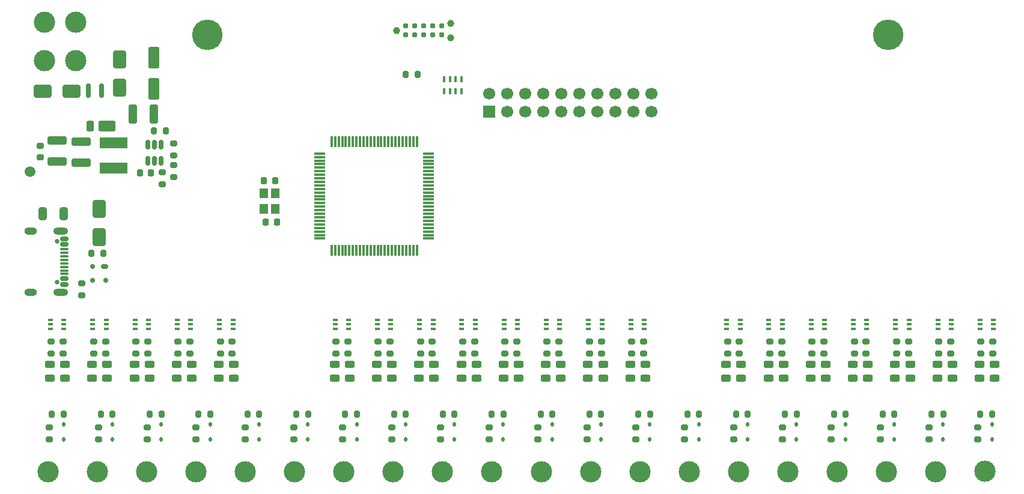
<source format=gbr>
%TF.GenerationSoftware,KiCad,Pcbnew,9.0.2*%
%TF.CreationDate,2025-07-14T16:58:00+03:00*%
%TF.ProjectId,vehicle_io_validator,76656869-636c-4655-9f69-6f5f76616c69,rev?*%
%TF.SameCoordinates,Original*%
%TF.FileFunction,Soldermask,Top*%
%TF.FilePolarity,Negative*%
%FSLAX46Y46*%
G04 Gerber Fmt 4.6, Leading zero omitted, Abs format (unit mm)*
G04 Created by KiCad (PCBNEW 9.0.2) date 2025-07-14 16:58:00*
%MOMM*%
%LPD*%
G01*
G04 APERTURE LIST*
G04 Aperture macros list*
%AMRoundRect*
0 Rectangle with rounded corners*
0 $1 Rounding radius*
0 $2 $3 $4 $5 $6 $7 $8 $9 X,Y pos of 4 corners*
0 Add a 4 corners polygon primitive as box body*
4,1,4,$2,$3,$4,$5,$6,$7,$8,$9,$2,$3,0*
0 Add four circle primitives for the rounded corners*
1,1,$1+$1,$2,$3*
1,1,$1+$1,$4,$5*
1,1,$1+$1,$6,$7*
1,1,$1+$1,$8,$9*
0 Add four rect primitives between the rounded corners*
20,1,$1+$1,$2,$3,$4,$5,0*
20,1,$1+$1,$4,$5,$6,$7,0*
20,1,$1+$1,$6,$7,$8,$9,0*
20,1,$1+$1,$8,$9,$2,$3,0*%
G04 Aperture macros list end*
%ADD10RoundRect,0.200000X0.275000X-0.200000X0.275000X0.200000X-0.275000X0.200000X-0.275000X-0.200000X0*%
%ADD11RoundRect,0.112500X-0.112500X0.187500X-0.112500X-0.187500X0.112500X-0.187500X0.112500X0.187500X0*%
%ADD12RoundRect,0.243750X-0.456250X0.243750X-0.456250X-0.243750X0.456250X-0.243750X0.456250X0.243750X0*%
%ADD13RoundRect,0.250000X0.550000X-1.250000X0.550000X1.250000X-0.550000X1.250000X-0.550000X-1.250000X0*%
%ADD14RoundRect,0.200000X-0.275000X0.200000X-0.275000X-0.200000X0.275000X-0.200000X0.275000X0.200000X0*%
%ADD15RoundRect,0.100000X-0.225000X-0.100000X0.225000X-0.100000X0.225000X0.100000X-0.225000X0.100000X0*%
%ADD16RoundRect,0.200000X-0.200000X-0.275000X0.200000X-0.275000X0.200000X0.275000X-0.200000X0.275000X0*%
%ADD17C,3.000000*%
%ADD18RoundRect,0.075000X-0.725000X-0.075000X0.725000X-0.075000X0.725000X0.075000X-0.725000X0.075000X0*%
%ADD19RoundRect,0.075000X-0.075000X-0.725000X0.075000X-0.725000X0.075000X0.725000X-0.075000X0.725000X0*%
%ADD20C,1.500000*%
%ADD21RoundRect,0.250000X1.000000X0.650000X-1.000000X0.650000X-1.000000X-0.650000X1.000000X-0.650000X0*%
%ADD22RoundRect,0.225000X0.250000X-0.225000X0.250000X0.225000X-0.250000X0.225000X-0.250000X-0.225000X0*%
%ADD23R,4.000000X1.500000*%
%ADD24RoundRect,0.250000X1.100000X-0.325000X1.100000X0.325000X-1.100000X0.325000X-1.100000X-0.325000X0*%
%ADD25RoundRect,0.250000X0.650000X-1.000000X0.650000X1.000000X-0.650000X1.000000X-0.650000X-1.000000X0*%
%ADD26RoundRect,0.250000X-0.650000X1.000000X-0.650000X-1.000000X0.650000X-1.000000X0.650000X1.000000X0*%
%ADD27R,0.400000X0.900000*%
%ADD28C,4.300000*%
%ADD29R,1.200000X1.400000*%
%ADD30C,0.650000*%
%ADD31RoundRect,0.150000X-0.425000X0.150000X-0.425000X-0.150000X0.425000X-0.150000X0.425000X0.150000X0*%
%ADD32RoundRect,0.075000X-0.500000X0.075000X-0.500000X-0.075000X0.500000X-0.075000X0.500000X0.075000X0*%
%ADD33O,2.100000X1.000000*%
%ADD34O,1.800000X1.000000*%
%ADD35RoundRect,0.225000X0.225000X0.250000X-0.225000X0.250000X-0.225000X-0.250000X0.225000X-0.250000X0*%
%ADD36RoundRect,0.150000X0.150000X-0.512500X0.150000X0.512500X-0.150000X0.512500X-0.150000X-0.512500X0*%
%ADD37R,1.700000X1.700000*%
%ADD38C,1.700000*%
%ADD39RoundRect,0.150000X0.150000X-0.850000X0.150000X0.850000X-0.150000X0.850000X-0.150000X-0.850000X0*%
%ADD40C,0.990600*%
%ADD41C,0.787400*%
%ADD42RoundRect,0.250000X-0.325000X-0.650000X0.325000X-0.650000X0.325000X0.650000X-0.325000X0.650000X0*%
%ADD43RoundRect,0.250000X0.325000X1.100000X-0.325000X1.100000X-0.325000X-1.100000X0.325000X-1.100000X0*%
%ADD44RoundRect,0.200000X0.200000X0.275000X-0.200000X0.275000X-0.200000X-0.275000X0.200000X-0.275000X0*%
%ADD45RoundRect,0.175000X-0.325000X0.175000X-0.325000X-0.175000X0.325000X-0.175000X0.325000X0.175000X0*%
%ADD46RoundRect,0.150000X-0.150000X0.200000X-0.150000X-0.200000X0.150000X-0.200000X0.150000X0.200000X0*%
%ADD47RoundRect,0.250000X-0.950000X-0.500000X0.950000X-0.500000X0.950000X0.500000X-0.950000X0.500000X0*%
%ADD48RoundRect,0.250000X-0.275000X-0.500000X0.275000X-0.500000X0.275000X0.500000X-0.275000X0.500000X0*%
G04 APERTURE END LIST*
D10*
%TO.C,R83*%
X195000001Y-92355000D03*
X195000001Y-90705000D03*
%TD*%
%TO.C,R77*%
X177145264Y-92355000D03*
X177145264Y-90705000D03*
%TD*%
D11*
%TO.C,D2*%
X64057381Y-102410000D03*
X64057381Y-104510000D03*
%TD*%
D12*
%TO.C,D36*%
X114147106Y-93942500D03*
X114147106Y-95817500D03*
%TD*%
D13*
%TO.C,C17*%
X76807500Y-55060000D03*
X76807500Y-50660000D03*
%TD*%
D14*
%TO.C,R27*%
X130931128Y-102810000D03*
X130931128Y-104460000D03*
%TD*%
D10*
%TO.C,R64*%
X126250264Y-92355000D03*
X126250264Y-90705000D03*
%TD*%
D11*
%TO.C,D14*%
X146675877Y-102410000D03*
X146675877Y-104510000D03*
%TD*%
D14*
%TO.C,R39*%
X172240376Y-102809999D03*
X172240376Y-104459999D03*
%TD*%
D15*
%TO.C,U8*%
X108270527Y-87630000D03*
X108270527Y-88280000D03*
X108270527Y-88930000D03*
X110170527Y-88930000D03*
X110170527Y-88280000D03*
X110170527Y-87630000D03*
%TD*%
D10*
%TO.C,R62*%
X120298685Y-92355000D03*
X120298685Y-90705000D03*
%TD*%
D15*
%TO.C,U13*%
X138028422Y-87630000D03*
X138028422Y-88280000D03*
X138028422Y-88930000D03*
X139928422Y-88930000D03*
X139928422Y-88280000D03*
X139928422Y-87630000D03*
%TD*%
D16*
%TO.C,R14*%
X83087006Y-100935000D03*
X84737006Y-100935000D03*
%TD*%
D14*
%TO.C,R29*%
X137816003Y-102809999D03*
X137816003Y-104459999D03*
%TD*%
D17*
%TO.C,J19*%
X68799557Y-109040000D03*
%TD*%
D10*
%TO.C,R49*%
X75926843Y-92355000D03*
X75926843Y-90705000D03*
%TD*%
D14*
%TO.C,R31*%
X144700877Y-102809999D03*
X144700877Y-104459999D03*
%TD*%
D12*
%TO.C,D40*%
X126050264Y-93942500D03*
X126050264Y-95817500D03*
%TD*%
%TO.C,D38*%
X120098685Y-93942500D03*
X120098685Y-95817500D03*
%TD*%
%TO.C,D23*%
X70225263Y-93942500D03*
X70225263Y-95817500D03*
%TD*%
D14*
%TO.C,R37*%
X165355501Y-102809999D03*
X165355501Y-104459999D03*
%TD*%
D18*
%TO.C,U1*%
X100160000Y-64170000D03*
X100160000Y-64670000D03*
X100160000Y-65170000D03*
X100160000Y-65670000D03*
X100160000Y-66170000D03*
X100160000Y-66670000D03*
X100160000Y-67170000D03*
X100160000Y-67670000D03*
X100160000Y-68170000D03*
X100160000Y-68670000D03*
X100160000Y-69170000D03*
X100160000Y-69670000D03*
X100160000Y-70170000D03*
X100160000Y-70670000D03*
X100160000Y-71170000D03*
X100160000Y-71670000D03*
X100160000Y-72170000D03*
X100160000Y-72670000D03*
X100160000Y-73170000D03*
X100160000Y-73670000D03*
X100160000Y-74170000D03*
X100160000Y-74670000D03*
X100160000Y-75170000D03*
X100160000Y-75670000D03*
X100160000Y-76170000D03*
D19*
X101835000Y-77845000D03*
X102335000Y-77845000D03*
X102835000Y-77845000D03*
X103335000Y-77845000D03*
X103835000Y-77845000D03*
X104335000Y-77845000D03*
X104835000Y-77845000D03*
X105335000Y-77845000D03*
X105835000Y-77845000D03*
X106335000Y-77845000D03*
X106835000Y-77845000D03*
X107335000Y-77845000D03*
X107835000Y-77845000D03*
X108335000Y-77845000D03*
X108835000Y-77845000D03*
X109335000Y-77845000D03*
X109835000Y-77845000D03*
X110335000Y-77845000D03*
X110835000Y-77845000D03*
X111335000Y-77845000D03*
X111835000Y-77845000D03*
X112335000Y-77845000D03*
X112835000Y-77845000D03*
X113335000Y-77845000D03*
X113835000Y-77845000D03*
D18*
X115510000Y-76170000D03*
X115510000Y-75670000D03*
X115510000Y-75170000D03*
X115510000Y-74670000D03*
X115510000Y-74170000D03*
X115510000Y-73670000D03*
X115510000Y-73170000D03*
X115510000Y-72670000D03*
X115510000Y-72170000D03*
X115510000Y-71670000D03*
X115510000Y-71170000D03*
X115510000Y-70670000D03*
X115510000Y-70170000D03*
X115510000Y-69670000D03*
X115510000Y-69170000D03*
X115510000Y-68670000D03*
X115510000Y-68170000D03*
X115510000Y-67670000D03*
X115510000Y-67170000D03*
X115510000Y-66670000D03*
X115510000Y-66170000D03*
X115510000Y-65670000D03*
X115510000Y-65170000D03*
X115510000Y-64670000D03*
X115510000Y-64170000D03*
D19*
X113835000Y-62495000D03*
X113335000Y-62495000D03*
X112835000Y-62495000D03*
X112335000Y-62495000D03*
X111835000Y-62495000D03*
X111335000Y-62495000D03*
X110835000Y-62495000D03*
X110335000Y-62495000D03*
X109835000Y-62495000D03*
X109335000Y-62495000D03*
X108835000Y-62495000D03*
X108335000Y-62495000D03*
X107835000Y-62495000D03*
X107335000Y-62495000D03*
X106835000Y-62495000D03*
X106335000Y-62495000D03*
X105835000Y-62495000D03*
X105335000Y-62495000D03*
X104835000Y-62495000D03*
X104335000Y-62495000D03*
X103835000Y-62495000D03*
X103335000Y-62495000D03*
X102835000Y-62495000D03*
X102335000Y-62495000D03*
X101835000Y-62495000D03*
%TD*%
D16*
%TO.C,R26*%
X124396254Y-100935000D03*
X126046254Y-100935000D03*
%TD*%
D12*
%TO.C,D62*%
X193125001Y-93942500D03*
X193125001Y-95817500D03*
%TD*%
D10*
%TO.C,R74*%
X163567106Y-92355000D03*
X163567106Y-90705000D03*
%TD*%
D15*
%TO.C,U5*%
X80078422Y-87630000D03*
X80078422Y-88280000D03*
X80078422Y-88930000D03*
X81978422Y-88930000D03*
X81978422Y-88280000D03*
X81978422Y-87630000D03*
%TD*%
%TO.C,U4*%
X74126843Y-87630000D03*
X74126843Y-88280000D03*
X74126843Y-88930000D03*
X76026843Y-88930000D03*
X76026843Y-88280000D03*
X76026843Y-87630000D03*
%TD*%
D12*
%TO.C,D41*%
X134126842Y-93942500D03*
X134126842Y-95817500D03*
%TD*%
D17*
%TO.C,J1*%
X131359778Y-109040000D03*
%TD*%
D11*
%TO.C,D9*%
X112251504Y-102410000D03*
X112251504Y-104510000D03*
%TD*%
D20*
%TO.C,TP1*%
X59360000Y-66710000D03*
%TD*%
D11*
%TO.C,D3*%
X70942256Y-102410000D03*
X70942256Y-104510000D03*
%TD*%
D10*
%TO.C,R68*%
X138153422Y-92355000D03*
X138153422Y-90705000D03*
%TD*%
%TO.C,R80*%
X181421843Y-92355000D03*
X181421843Y-90705000D03*
%TD*%
%TO.C,R45*%
X64023685Y-92355000D03*
X64023685Y-90705000D03*
%TD*%
D11*
%TO.C,D18*%
X174215376Y-102410000D03*
X174215376Y-104510000D03*
%TD*%
D15*
%TO.C,U7*%
X102318948Y-87630000D03*
X102318948Y-88280000D03*
X102318948Y-88930000D03*
X104218948Y-88930000D03*
X104218948Y-88280000D03*
X104218948Y-87630000D03*
%TD*%
D12*
%TO.C,D25*%
X76176842Y-93942500D03*
X76176842Y-95817500D03*
%TD*%
D14*
%TO.C,R1*%
X192895000Y-102809999D03*
X192895000Y-104459999D03*
%TD*%
D10*
%TO.C,R61*%
X121973685Y-92355000D03*
X121973685Y-90705000D03*
%TD*%
D16*
%TO.C,R86*%
X67995000Y-78260000D03*
X69645000Y-78260000D03*
%TD*%
D21*
%TO.C,D63*%
X65147500Y-55350000D03*
X61147500Y-55350000D03*
%TD*%
D16*
%TO.C,R16*%
X89971881Y-100935000D03*
X91621881Y-100935000D03*
%TD*%
D17*
%TO.C,J15*%
X96604100Y-109040000D03*
%TD*%
D11*
%TO.C,D16*%
X160445627Y-102410000D03*
X160445627Y-104510000D03*
%TD*%
D14*
%TO.C,R35*%
X158470627Y-102809999D03*
X158470627Y-104459999D03*
%TD*%
D17*
%TO.C,J9*%
X186968864Y-109040000D03*
%TD*%
D22*
%TO.C,C22*%
X60782500Y-64685000D03*
X60782500Y-63135000D03*
%TD*%
D12*
%TO.C,D61*%
X195250000Y-93942500D03*
X195250000Y-95817500D03*
%TD*%
D17*
%TO.C,J21*%
X61400000Y-51040000D03*
%TD*%
D10*
%TO.C,R79*%
X183096843Y-92355000D03*
X183096843Y-90705000D03*
%TD*%
%TO.C,R63*%
X127925264Y-92355000D03*
X127925264Y-90705000D03*
%TD*%
D12*
%TO.C,D21*%
X64273685Y-93942500D03*
X64273685Y-95817500D03*
%TD*%
D11*
%TO.C,D12*%
X132906128Y-102410000D03*
X132906128Y-104510000D03*
%TD*%
D23*
%TO.C,L2*%
X71082500Y-62635000D03*
X71082500Y-66235000D03*
%TD*%
D24*
%TO.C,C20*%
X66582500Y-65460000D03*
X66582500Y-62510000D03*
%TD*%
D15*
%TO.C,U15*%
X157490527Y-87630000D03*
X157490527Y-88280000D03*
X157490527Y-88930000D03*
X159390527Y-88930000D03*
X159390527Y-88280000D03*
X159390527Y-87630000D03*
%TD*%
D10*
%TO.C,R71*%
X159290527Y-92355000D03*
X159290527Y-90705000D03*
%TD*%
%TO.C,R56*%
X102443948Y-92355000D03*
X102443948Y-90705000D03*
%TD*%
%TO.C,R76*%
X169518685Y-92355000D03*
X169518685Y-90705000D03*
%TD*%
D12*
%TO.C,D46*%
X143905001Y-93942500D03*
X143905001Y-95817500D03*
%TD*%
%TO.C,D58*%
X181221843Y-93942500D03*
X181221843Y-95817500D03*
%TD*%
%TO.C,D44*%
X137953422Y-93942500D03*
X137953422Y-95817500D03*
%TD*%
D15*
%TO.C,U3*%
X68175264Y-87630000D03*
X68175264Y-88280000D03*
X68175264Y-88930000D03*
X70075264Y-88930000D03*
X70075264Y-88280000D03*
X70075264Y-87630000D03*
%TD*%
D24*
%TO.C,C21*%
X63157500Y-65285000D03*
X63157500Y-62335000D03*
%TD*%
D15*
%TO.C,U14*%
X143980001Y-87630000D03*
X143980001Y-88280000D03*
X143980001Y-88930000D03*
X145880001Y-88930000D03*
X145880001Y-88280000D03*
X145880001Y-87630000D03*
%TD*%
D14*
%TO.C,R15*%
X89621880Y-102809999D03*
X89621880Y-104459999D03*
%TD*%
D25*
%TO.C,D50*%
X71932500Y-54910000D03*
X71932500Y-50910000D03*
%TD*%
D16*
%TO.C,R42*%
X179475252Y-100935000D03*
X181125252Y-100935000D03*
%TD*%
D15*
%TO.C,U6*%
X86030001Y-87630000D03*
X86030001Y-88280000D03*
X86030001Y-88930000D03*
X87930001Y-88930000D03*
X87930001Y-88280000D03*
X87930001Y-87630000D03*
%TD*%
D12*
%TO.C,D22*%
X62148685Y-93942500D03*
X62148685Y-95817500D03*
%TD*%
D26*
%TO.C,D64*%
X69090000Y-71960000D03*
X69090000Y-75960000D03*
%TD*%
D14*
%TO.C,R13*%
X82737005Y-102809999D03*
X82737005Y-104459999D03*
%TD*%
D10*
%TO.C,R70*%
X144105001Y-92355000D03*
X144105001Y-90705000D03*
%TD*%
D16*
%TO.C,R18*%
X96856755Y-100935000D03*
X98506755Y-100935000D03*
%TD*%
D17*
%TO.C,J5*%
X159164321Y-109040000D03*
%TD*%
%TO.C,J17*%
X82701828Y-109040000D03*
%TD*%
D14*
%TO.C,R23*%
X117161378Y-102809999D03*
X117161378Y-104459999D03*
%TD*%
D10*
%TO.C,R55*%
X104118948Y-92355000D03*
X104118948Y-90705000D03*
%TD*%
D16*
%TO.C,R32*%
X145050878Y-100935000D03*
X146700878Y-100935000D03*
%TD*%
D15*
%TO.C,U18*%
X169393685Y-87630000D03*
X169393685Y-88280000D03*
X169393685Y-88930000D03*
X171293685Y-88930000D03*
X171293685Y-88280000D03*
X171293685Y-87630000D03*
%TD*%
D14*
%TO.C,R11*%
X75852130Y-102809999D03*
X75852130Y-104459999D03*
%TD*%
D15*
%TO.C,U10*%
X120173685Y-87630000D03*
X120173685Y-88280000D03*
X120173685Y-88930000D03*
X122073685Y-88930000D03*
X122073685Y-88280000D03*
X122073685Y-87630000D03*
%TD*%
D17*
%TO.C,J8*%
X180017729Y-109040000D03*
%TD*%
%TO.C,J7*%
X173066593Y-109040000D03*
%TD*%
%TO.C,J13*%
X110506371Y-109040000D03*
%TD*%
D16*
%TO.C,R30*%
X138166004Y-100935000D03*
X139816004Y-100935000D03*
%TD*%
D12*
%TO.C,D49*%
X165492105Y-93942500D03*
X165492105Y-95817500D03*
%TD*%
D27*
%TO.C,RN1*%
X120110000Y-53670000D03*
X119310000Y-53670000D03*
X118510000Y-53670000D03*
X117710000Y-53670000D03*
X117710000Y-55370000D03*
X118510000Y-55370000D03*
X119310000Y-55370000D03*
X120110000Y-55370000D03*
%TD*%
D10*
%TO.C,R82*%
X187373422Y-92355000D03*
X187373422Y-90705000D03*
%TD*%
D17*
%TO.C,J4*%
X152213186Y-109040000D03*
%TD*%
D14*
%TO.C,R19*%
X103391629Y-102809999D03*
X103391629Y-104459999D03*
%TD*%
D28*
%TO.C,H1*%
X84340000Y-47407400D03*
%TD*%
D12*
%TO.C,D34*%
X108195527Y-93942500D03*
X108195527Y-95817500D03*
%TD*%
D10*
%TO.C,R81*%
X189048422Y-92355000D03*
X189048422Y-90705000D03*
%TD*%
D12*
%TO.C,D39*%
X128175263Y-93942500D03*
X128175263Y-95817500D03*
%TD*%
D10*
%TO.C,R75*%
X171193685Y-92355000D03*
X171193685Y-90705000D03*
%TD*%
%TO.C,R65*%
X133876843Y-92355000D03*
X133876843Y-90705000D03*
%TD*%
D12*
%TO.C,D55*%
X177395263Y-93942500D03*
X177395263Y-95817500D03*
%TD*%
D17*
%TO.C,J23*%
X61370000Y-45680000D03*
%TD*%
D14*
%TO.C,R17*%
X96506754Y-102809999D03*
X96506754Y-104459999D03*
%TD*%
D17*
%TO.C,J20*%
X61848421Y-109040000D03*
%TD*%
D29*
%TO.C,Y1*%
X93920000Y-72000000D03*
X93920000Y-69800000D03*
X92320000Y-69800000D03*
X92320000Y-72000000D03*
%TD*%
D10*
%TO.C,R60*%
X114347106Y-92355000D03*
X114347106Y-90705000D03*
%TD*%
%TO.C,R58*%
X108395527Y-92355000D03*
X108395527Y-90705000D03*
%TD*%
D15*
%TO.C,U9*%
X114222106Y-87630000D03*
X114222106Y-88280000D03*
X114222106Y-88930000D03*
X116122106Y-88930000D03*
X116122106Y-88280000D03*
X116122106Y-87630000D03*
%TD*%
D12*
%TO.C,D53*%
X171443684Y-93942500D03*
X171443684Y-95817500D03*
%TD*%
D17*
%TO.C,J18*%
X75750692Y-109040000D03*
%TD*%
D12*
%TO.C,D29*%
X88080000Y-93942500D03*
X88080000Y-95817500D03*
%TD*%
D14*
%TO.C,R43*%
X186010125Y-102809999D03*
X186010125Y-104459999D03*
%TD*%
D11*
%TO.C,D8*%
X105366629Y-102410000D03*
X105366629Y-104510000D03*
%TD*%
D12*
%TO.C,D52*%
X163367106Y-93942500D03*
X163367106Y-95817500D03*
%TD*%
D11*
%TO.C,D7*%
X98481754Y-102410000D03*
X98481754Y-104510000D03*
%TD*%
D17*
%TO.C,J25*%
X65800000Y-51040000D03*
%TD*%
%TO.C,J3*%
X145262050Y-109040000D03*
%TD*%
D10*
%TO.C,R47*%
X69975264Y-92355000D03*
X69975264Y-90705000D03*
%TD*%
D30*
%TO.C,J22*%
X63130000Y-76525000D03*
X63130000Y-82305000D03*
D31*
X64205000Y-76215000D03*
X64205000Y-77015000D03*
D32*
X64205000Y-78165000D03*
X64205000Y-79165000D03*
X64205000Y-79665000D03*
X64205000Y-80665000D03*
D31*
X64205000Y-81815000D03*
X64205000Y-82615000D03*
X64205000Y-82615000D03*
X64205000Y-81815000D03*
D32*
X64205000Y-81165000D03*
X64205000Y-80165000D03*
X64205000Y-78665000D03*
X64205000Y-77665000D03*
D31*
X64205000Y-77015000D03*
X64205000Y-76215000D03*
D33*
X63630000Y-75095000D03*
D34*
X59450000Y-75095000D03*
D33*
X63630000Y-83735000D03*
D34*
X59450000Y-83735000D03*
%TD*%
D12*
%TO.C,D24*%
X68100264Y-93942500D03*
X68100264Y-95817500D03*
%TD*%
D11*
%TO.C,D5*%
X84712005Y-102410000D03*
X84712005Y-104510000D03*
%TD*%
D35*
%TO.C,C14*%
X93870000Y-67980000D03*
X92320000Y-67980000D03*
%TD*%
D15*
%TO.C,U19*%
X175345264Y-87630000D03*
X175345264Y-88280000D03*
X175345264Y-88930000D03*
X177245264Y-88930000D03*
X177245264Y-88280000D03*
X177245264Y-87630000D03*
%TD*%
D35*
%TO.C,C15*%
X94120000Y-73830000D03*
X92570000Y-73830000D03*
%TD*%
D12*
%TO.C,D47*%
X159540526Y-93942500D03*
X159540526Y-95817500D03*
%TD*%
%TO.C,D35*%
X116272105Y-93942500D03*
X116272105Y-95817500D03*
%TD*%
D11*
%TO.C,D6*%
X91596880Y-102410000D03*
X91596880Y-104510000D03*
%TD*%
D16*
%TO.C,R38*%
X165705502Y-100935000D03*
X167355502Y-100935000D03*
%TD*%
D17*
%TO.C,J26*%
X65800000Y-45680000D03*
%TD*%
D16*
%TO.C,R28*%
X131281128Y-100935000D03*
X132931128Y-100935000D03*
%TD*%
D36*
%TO.C,U17*%
X75945000Y-65172500D03*
X76895000Y-65172500D03*
X77845000Y-65172500D03*
X77845000Y-62897500D03*
X76895000Y-62897500D03*
X75945000Y-62897500D03*
%TD*%
D15*
%TO.C,U22*%
X193200001Y-87630000D03*
X193200001Y-88280000D03*
X193200001Y-88930000D03*
X195100001Y-88930000D03*
X195100001Y-88280000D03*
X195100001Y-87630000D03*
%TD*%
D37*
%TO.C,J27*%
X124010000Y-58290000D03*
D38*
X124010000Y-55750000D03*
X126550000Y-58290000D03*
X126550000Y-55750000D03*
X129090000Y-58290000D03*
X129090000Y-55750000D03*
X131630000Y-58290000D03*
X131630000Y-55750000D03*
X134170000Y-58290000D03*
X134170000Y-55750000D03*
X136710000Y-58290000D03*
X136710000Y-55750000D03*
X139250000Y-58290000D03*
X139250000Y-55750000D03*
X141790000Y-58290000D03*
X141790000Y-55750000D03*
X144330000Y-58290000D03*
X144330000Y-55750000D03*
X146870000Y-58290000D03*
X146870000Y-55750000D03*
%TD*%
D16*
%TO.C,R10*%
X69317257Y-100935000D03*
X70967257Y-100935000D03*
%TD*%
D14*
%TO.C,R5*%
X68967256Y-102809999D03*
X68967256Y-104459999D03*
%TD*%
D12*
%TO.C,D43*%
X140078421Y-93942500D03*
X140078421Y-95817500D03*
%TD*%
%TO.C,D31*%
X104368947Y-93942500D03*
X104368947Y-95817500D03*
%TD*%
%TO.C,D33*%
X110320526Y-93942500D03*
X110320526Y-95817500D03*
%TD*%
D14*
%TO.C,R9*%
X79607500Y-65835000D03*
X79607500Y-67485000D03*
%TD*%
%TO.C,R8*%
X77957500Y-66860000D03*
X77957500Y-68510000D03*
%TD*%
D12*
%TO.C,D48*%
X157415527Y-93942500D03*
X157415527Y-95817500D03*
%TD*%
D16*
%TO.C,R2*%
X193245001Y-100935000D03*
X194895001Y-100935000D03*
%TD*%
%TO.C,R87*%
X112280000Y-53040000D03*
X113930000Y-53040000D03*
%TD*%
D12*
%TO.C,D30*%
X85955001Y-93942500D03*
X85955001Y-95817500D03*
%TD*%
D10*
%TO.C,R48*%
X68300264Y-92355000D03*
X68300264Y-90705000D03*
%TD*%
D15*
%TO.C,U12*%
X132076843Y-87630000D03*
X132076843Y-88280000D03*
X132076843Y-88930000D03*
X133976843Y-88930000D03*
X133976843Y-88280000D03*
X133976843Y-87630000D03*
%TD*%
D16*
%TO.C,R44*%
X186360126Y-100935000D03*
X188010126Y-100935000D03*
%TD*%
D10*
%TO.C,R51*%
X81878422Y-92355000D03*
X81878422Y-90705000D03*
%TD*%
D14*
%TO.C,R25*%
X124046253Y-102809999D03*
X124046253Y-104459999D03*
%TD*%
D39*
%TO.C,L1*%
X67557500Y-55310000D03*
X69457500Y-55310000D03*
%TD*%
D10*
%TO.C,R84*%
X193325001Y-92355000D03*
X193325001Y-90705000D03*
%TD*%
D14*
%TO.C,R85*%
X66590000Y-82515000D03*
X66590000Y-84165000D03*
%TD*%
D40*
%TO.C,J24*%
X111020000Y-46805000D03*
X118640000Y-45789000D03*
X118640000Y-47821000D03*
D41*
X112290000Y-47440000D03*
X113560000Y-47440000D03*
X114830000Y-47440000D03*
X116100000Y-47440000D03*
X117370000Y-47440000D03*
X117370000Y-46170000D03*
X116100000Y-46170000D03*
X114830000Y-46170000D03*
X113560000Y-46170000D03*
X112290000Y-46170000D03*
%TD*%
D12*
%TO.C,D57*%
X183346842Y-93942500D03*
X183346842Y-95817500D03*
%TD*%
D14*
%TO.C,R33*%
X151585752Y-102809999D03*
X151585752Y-104459999D03*
%TD*%
D17*
%TO.C,J11*%
X124408643Y-109040000D03*
%TD*%
%TO.C,J2*%
X138310914Y-109040000D03*
%TD*%
D16*
%TO.C,R4*%
X62432382Y-100935000D03*
X64082382Y-100935000D03*
%TD*%
D17*
%TO.C,J6*%
X166115457Y-109040000D03*
%TD*%
D28*
%TO.C,H2*%
X180240000Y-47407400D03*
%TD*%
D12*
%TO.C,D60*%
X187173422Y-93942500D03*
X187173422Y-95817500D03*
%TD*%
D10*
%TO.C,R54*%
X86155001Y-92355000D03*
X86155001Y-90705000D03*
%TD*%
D11*
%TO.C,D17*%
X167330501Y-102410000D03*
X167330501Y-104510000D03*
%TD*%
D16*
%TO.C,R34*%
X151935753Y-100935000D03*
X153585753Y-100935000D03*
%TD*%
%TO.C,R20*%
X103741630Y-100935000D03*
X105391630Y-100935000D03*
%TD*%
D10*
%TO.C,R52*%
X80203422Y-92355000D03*
X80203422Y-90705000D03*
%TD*%
%TO.C,R57*%
X110070527Y-92355000D03*
X110070527Y-90705000D03*
%TD*%
D16*
%TO.C,R22*%
X110626505Y-100935000D03*
X112276505Y-100935000D03*
%TD*%
D11*
%TO.C,D4*%
X77827130Y-102410000D03*
X77827130Y-104510000D03*
%TD*%
D10*
%TO.C,R69*%
X145780001Y-92355000D03*
X145780001Y-90705000D03*
%TD*%
D15*
%TO.C,U2*%
X62223685Y-87630000D03*
X62223685Y-88280000D03*
X62223685Y-88930000D03*
X64123685Y-88930000D03*
X64123685Y-88280000D03*
X64123685Y-87630000D03*
%TD*%
D10*
%TO.C,R73*%
X165242106Y-92355000D03*
X165242106Y-90705000D03*
%TD*%
D14*
%TO.C,R3*%
X62082381Y-102809999D03*
X62082381Y-104459999D03*
%TD*%
D15*
%TO.C,U20*%
X181296843Y-87630000D03*
X181296843Y-88280000D03*
X181296843Y-88930000D03*
X183196843Y-88930000D03*
X183196843Y-88280000D03*
X183196843Y-87630000D03*
%TD*%
D10*
%TO.C,R72*%
X157615527Y-92355000D03*
X157615527Y-90705000D03*
%TD*%
D11*
%TO.C,D1*%
X194870000Y-102410000D03*
X194870000Y-104510000D03*
%TD*%
D12*
%TO.C,D37*%
X122223684Y-93942500D03*
X122223684Y-95817500D03*
%TD*%
D16*
%TO.C,R12*%
X76202131Y-100935000D03*
X77852131Y-100935000D03*
%TD*%
D10*
%TO.C,R46*%
X62348685Y-92355000D03*
X62348685Y-90705000D03*
%TD*%
D42*
%TO.C,C11*%
X61100000Y-72620000D03*
X64050000Y-72620000D03*
%TD*%
D35*
%TO.C,C19*%
X76357500Y-66935000D03*
X74807500Y-66935000D03*
%TD*%
D12*
%TO.C,D26*%
X74051843Y-93942500D03*
X74051843Y-95817500D03*
%TD*%
%TO.C,D45*%
X146030000Y-93942500D03*
X146030000Y-95817500D03*
%TD*%
D43*
%TO.C,C18*%
X76807500Y-58585000D03*
X73857500Y-58585000D03*
%TD*%
D44*
%TO.C,R6*%
X78457500Y-61010000D03*
X76807500Y-61010000D03*
%TD*%
D10*
%TO.C,R78*%
X175470264Y-92355000D03*
X175470264Y-90705000D03*
%TD*%
D15*
%TO.C,U21*%
X187248422Y-87630000D03*
X187248422Y-88280000D03*
X187248422Y-88930000D03*
X189148422Y-88930000D03*
X189148422Y-88280000D03*
X189148422Y-87630000D03*
%TD*%
D10*
%TO.C,R7*%
X79607500Y-64410000D03*
X79607500Y-62760000D03*
%TD*%
D45*
%TO.C,D65*%
X69840000Y-80090000D03*
D46*
X68140000Y-80090000D03*
X68140000Y-82090000D03*
X70040000Y-82090000D03*
%TD*%
D11*
%TO.C,D10*%
X119136378Y-102410000D03*
X119136378Y-104510000D03*
%TD*%
%TO.C,D11*%
X126021253Y-102410000D03*
X126021253Y-104510000D03*
%TD*%
D15*
%TO.C,U11*%
X126125264Y-87630000D03*
X126125264Y-88280000D03*
X126125264Y-88930000D03*
X128025264Y-88930000D03*
X128025264Y-88280000D03*
X128025264Y-87630000D03*
%TD*%
D47*
%TO.C,D51*%
X70182500Y-60260000D03*
D48*
X67807500Y-60260000D03*
%TD*%
D17*
%TO.C,J12*%
X117457507Y-109040000D03*
%TD*%
D14*
%TO.C,R21*%
X110276504Y-102809999D03*
X110276504Y-104459999D03*
%TD*%
D10*
%TO.C,R67*%
X139828422Y-92355000D03*
X139828422Y-90705000D03*
%TD*%
D17*
%TO.C,J16*%
X89652964Y-109040000D03*
%TD*%
D15*
%TO.C,U16*%
X163442106Y-87630000D03*
X163442106Y-88280000D03*
X163442106Y-88930000D03*
X165342106Y-88930000D03*
X165342106Y-88280000D03*
X165342106Y-87630000D03*
%TD*%
D12*
%TO.C,D42*%
X132001843Y-93942500D03*
X132001843Y-95817500D03*
%TD*%
%TO.C,D54*%
X169318685Y-93942500D03*
X169318685Y-95817500D03*
%TD*%
D11*
%TO.C,D19*%
X181100251Y-102410000D03*
X181100251Y-104510000D03*
%TD*%
D10*
%TO.C,R50*%
X74251843Y-92355000D03*
X74251843Y-90705000D03*
%TD*%
D16*
%TO.C,R36*%
X158820628Y-100935000D03*
X160470628Y-100935000D03*
%TD*%
D12*
%TO.C,D28*%
X80003422Y-93942500D03*
X80003422Y-95817500D03*
%TD*%
D11*
%TO.C,D13*%
X139791003Y-102410000D03*
X139791003Y-104510000D03*
%TD*%
D12*
%TO.C,D56*%
X175270264Y-93942500D03*
X175270264Y-95817500D03*
%TD*%
%TO.C,D32*%
X102243948Y-93942500D03*
X102243948Y-95817500D03*
%TD*%
D16*
%TO.C,R24*%
X117511379Y-100935000D03*
X119161379Y-100935000D03*
%TD*%
D12*
%TO.C,D27*%
X82128421Y-93942500D03*
X82128421Y-95817500D03*
%TD*%
D17*
%TO.C,J14*%
X103555235Y-109040000D03*
%TD*%
D10*
%TO.C,R59*%
X116022106Y-92355000D03*
X116022106Y-90705000D03*
%TD*%
D16*
%TO.C,R40*%
X172590377Y-100935000D03*
X174240377Y-100935000D03*
%TD*%
D10*
%TO.C,R66*%
X132201843Y-92355000D03*
X132201843Y-90705000D03*
%TD*%
D11*
%TO.C,D15*%
X153560752Y-102410000D03*
X153560752Y-104510000D03*
%TD*%
%TO.C,D20*%
X187985125Y-102410000D03*
X187985125Y-104510000D03*
%TD*%
D14*
%TO.C,R41*%
X179125251Y-102809999D03*
X179125251Y-104459999D03*
%TD*%
D17*
%TO.C,J10*%
X193920000Y-109000000D03*
%TD*%
D12*
%TO.C,D59*%
X189298421Y-93942500D03*
X189298421Y-95817500D03*
%TD*%
D10*
%TO.C,R53*%
X87830001Y-92355000D03*
X87830001Y-90705000D03*
%TD*%
M02*

</source>
